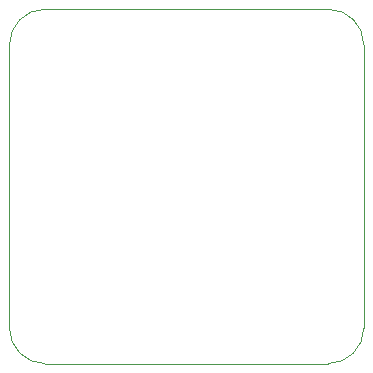
<source format=gm1>
G04 #@! TF.GenerationSoftware,KiCad,Pcbnew,(6.0.7)*
G04 #@! TF.CreationDate,2022-10-27T11:51:30+02:00*
G04 #@! TF.ProjectId,reservoirCon,72657365-7276-46f6-9972-436f6e2e6b69,rev?*
G04 #@! TF.SameCoordinates,Original*
G04 #@! TF.FileFunction,Profile,NP*
%FSLAX46Y46*%
G04 Gerber Fmt 4.6, Leading zero omitted, Abs format (unit mm)*
G04 Created by KiCad (PCBNEW (6.0.7)) date 2022-10-27 11:51:30*
%MOMM*%
%LPD*%
G01*
G04 APERTURE LIST*
G04 #@! TA.AperFunction,Profile*
%ADD10C,0.100000*%
G04 #@! TD*
G04 APERTURE END LIST*
D10*
X167400000Y-97000000D02*
G75*
G03*
X164400000Y-94000000I-3000000J0D01*
G01*
X164400000Y-124000000D02*
G75*
G03*
X167400000Y-121000000I0J3000000D01*
G01*
X140400000Y-94000000D02*
G75*
G03*
X137400000Y-97000000I0J-3000000D01*
G01*
X140400000Y-94000000D02*
X164400000Y-94000000D01*
X137400000Y-121000000D02*
G75*
G03*
X140400000Y-124000000I3000000J0D01*
G01*
X137400000Y-121000000D02*
X137400000Y-97000000D01*
X140400000Y-124000000D02*
X164400000Y-124000000D01*
X167400000Y-121000000D02*
X167400000Y-97000000D01*
M02*

</source>
